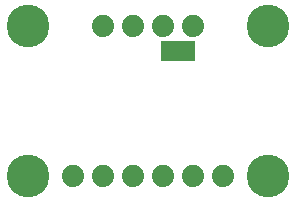
<source format=gbr>
G04 EAGLE Gerber RS-274X export*
G75*
%MOMM*%
%FSLAX34Y34*%
%LPD*%
%INSoldermask Bottom*%
%IPPOS*%
%AMOC8*
5,1,8,0,0,1.08239X$1,22.5*%
G01*
%ADD10C,3.617600*%
%ADD11C,1.879600*%
%ADD12R,2.921000X1.651000*%


D10*
X25400Y152400D03*
X228600Y152400D03*
X25400Y25400D03*
X228600Y25400D03*
D11*
X63500Y25400D03*
X88900Y25400D03*
X114300Y25400D03*
X139700Y25400D03*
X165100Y25400D03*
X190500Y25400D03*
X88900Y152400D03*
X114300Y152400D03*
X139700Y152400D03*
X165100Y152400D03*
D12*
X152400Y130810D03*
M02*

</source>
